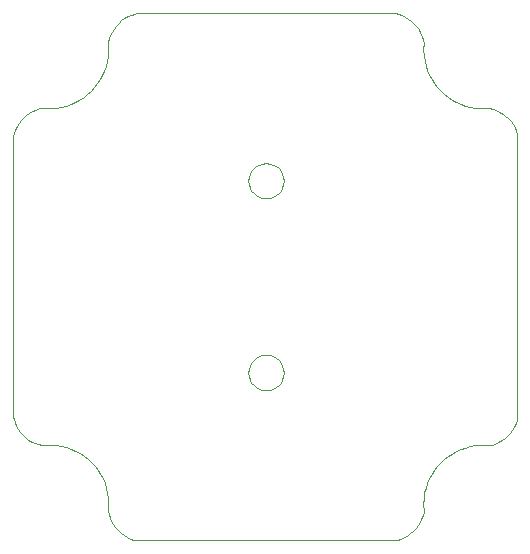
<source format=gbr>
%TF.GenerationSoftware,KiCad,Pcbnew,0.201604071231+6672~43~ubuntu15.10.1-product*%
%TF.CreationDate,2016-04-11T17:56:56+02:00*%
%TF.ProjectId,moto-dcdc,6D6F746F2D646364632E6B696361645F,rev?*%
%TF.FileFunction,Profile,NP*%
%FSLAX46Y46*%
G04 Gerber Fmt 4.6, Leading zero omitted, Abs format (unit mm)*
G04 Created by KiCad (PCBNEW 0.201604071231+6672~43~ubuntu15.10.1-product) date pon, 11 kwi 2016, 17:56:56*
%MOMM*%
G01*
G04 APERTURE LIST*
%ADD10C,0.100000*%
G04 APERTURE END LIST*
D10*
X145898576Y-106055081D02*
X146036571Y-105800841D01*
X145811364Y-106336028D02*
X145898576Y-106055081D01*
X145780957Y-106637667D02*
X145811364Y-106336028D01*
X125872728Y-110415877D02*
X125901941Y-110545412D01*
X125872728Y-108994843D02*
X125872728Y-110415877D01*
X125872728Y-87983069D02*
X125872728Y-108994843D01*
X125872728Y-86562034D02*
X125872728Y-87983069D01*
X125927296Y-86347060D02*
X125872728Y-86562034D01*
X126034783Y-86052714D02*
X125927296Y-86347060D01*
X126171485Y-85770491D02*
X126034783Y-86052714D01*
X126335197Y-85503151D02*
X126171485Y-85770491D01*
X126524814Y-85253449D02*
X126335197Y-85503151D01*
X126738684Y-85024143D02*
X126524814Y-85253449D01*
X126974055Y-84817438D02*
X126738684Y-85024143D01*
X127229268Y-84634987D02*
X126974055Y-84817438D01*
X127501017Y-84478992D02*
X127229268Y-84634987D01*
X127787098Y-84351111D02*
X127501017Y-84478992D01*
X147860252Y-108016757D02*
X147579305Y-108103969D01*
X148114492Y-107878762D02*
X147860252Y-108016757D01*
X148774375Y-90384689D02*
X148774375Y-90384689D01*
X148743969Y-90083050D02*
X148774375Y-90384689D01*
X148656756Y-89802101D02*
X148743969Y-90083050D01*
X148518761Y-89547864D02*
X148656756Y-89802101D01*
X148336000Y-89326353D02*
X148518761Y-89547864D01*
X148114492Y-89143592D02*
X148336000Y-89326353D01*
X128946853Y-112748619D02*
X129512951Y-112784447D01*
X128363116Y-112789408D02*
X128946853Y-112748619D01*
X128300279Y-112780039D02*
X128363116Y-112789408D01*
X127996560Y-112702317D02*
X128300279Y-112780039D01*
X127702211Y-112594830D02*
X127996560Y-112702317D01*
X127419989Y-112458681D02*
X127702211Y-112594830D01*
X127152648Y-112294969D02*
X127419989Y-112458681D01*
X126902949Y-112104799D02*
X127152648Y-112294969D01*
X126673643Y-111891479D02*
X126902949Y-112104799D01*
X126466935Y-111656111D02*
X126673643Y-111891479D01*
X126284484Y-111400898D02*
X126466935Y-111656111D01*
X126128492Y-111129149D02*
X126284484Y-111400898D01*
X126000608Y-110843069D02*
X126128492Y-111129149D01*
X125901941Y-110545412D02*
X126000608Y-110843069D01*
X160635676Y-118314289D02*
X160595987Y-117738274D01*
X160622440Y-118403585D02*
X160635676Y-118314289D01*
X160544718Y-118707312D02*
X160622440Y-118403585D01*
X160437231Y-119001642D02*
X160544718Y-118707312D01*
X160301082Y-119283864D02*
X160437231Y-119001642D01*
X160136820Y-119551213D02*
X160301082Y-119283864D01*
X159947200Y-119800923D02*
X160136820Y-119551213D01*
X159733880Y-120030229D02*
X159947200Y-119800923D01*
X159497962Y-120236928D02*
X159733880Y-120030229D01*
X159243299Y-120419385D02*
X159497962Y-120236928D01*
X158971550Y-120575369D02*
X159243299Y-120419385D01*
X158685469Y-120703244D02*
X158971550Y-120575369D01*
X158387813Y-120802473D02*
X158685469Y-120703244D01*
X158343165Y-120812351D02*
X158387813Y-120802473D01*
X156762280Y-120812351D02*
X158343165Y-120812351D01*
X137781182Y-120812351D02*
X156762280Y-120812351D01*
X136200297Y-120812351D02*
X137781182Y-120812351D01*
X148656756Y-90967275D02*
X148518761Y-91221515D01*
X148743969Y-90686328D02*
X148656756Y-90967275D01*
X148774375Y-90384689D02*
X148743969Y-90686328D01*
X148774375Y-106637667D02*
X148774375Y-106637667D01*
X148743969Y-106336028D02*
X148774375Y-106637667D01*
X148656756Y-106055081D02*
X148743969Y-106336028D01*
X148518761Y-105800841D02*
X148656756Y-106055081D01*
X148336000Y-105579333D02*
X148518761Y-105800841D01*
X148114492Y-105396572D02*
X148336000Y-105579333D01*
X147860252Y-105258577D02*
X148114492Y-105396572D01*
X148518761Y-107474492D02*
X148336000Y-107696000D01*
X148774375Y-106637667D02*
X148743969Y-106939306D01*
X134588537Y-77240435D02*
X134398918Y-77490134D01*
X134801858Y-77011129D02*
X134588537Y-77240435D01*
X135037779Y-76803871D02*
X134801858Y-77011129D01*
X135292439Y-76621970D02*
X135037779Y-76803871D01*
X135564738Y-76465975D02*
X135292439Y-76621970D01*
X135850819Y-76337544D02*
X135564738Y-76465975D01*
X136147925Y-76238876D02*
X135850819Y-76337544D01*
X136273602Y-76210767D02*
X136147925Y-76238876D01*
X168548910Y-86434749D02*
X168450243Y-86137646D01*
X168558845Y-86478847D02*
X168548910Y-86434749D01*
X168558845Y-88060285D02*
X168558845Y-86478847D01*
X168558845Y-108911655D02*
X168558845Y-88060285D01*
X168558845Y-110493090D02*
X168558845Y-108911655D01*
X168523014Y-110633101D02*
X168558845Y-110493090D01*
X168415527Y-110928000D02*
X168523014Y-110633101D01*
X168279377Y-111210223D02*
X168415527Y-110928000D01*
X168115665Y-111477563D02*
X168279377Y-111210223D01*
X167926049Y-111726712D02*
X168115665Y-111477563D01*
X167712178Y-111956017D02*
X167926049Y-111726712D01*
X167476807Y-112163273D02*
X167712178Y-111956017D01*
X167221594Y-112345174D02*
X167476807Y-112163273D01*
X166949845Y-112501169D02*
X167221594Y-112345174D01*
X166663765Y-112629603D02*
X166949845Y-112501169D01*
X166366108Y-112728271D02*
X166663765Y-112629603D01*
X166129086Y-112781738D02*
X166366108Y-112728271D01*
X165585038Y-112748664D02*
X166129086Y-112781738D01*
X148743969Y-106939306D02*
X148656756Y-107220252D01*
X136060287Y-120776509D02*
X136200297Y-120812351D01*
X135765938Y-120669039D02*
X136060287Y-120776509D01*
X135483715Y-120532330D02*
X135765938Y-120669039D01*
X135216377Y-120368613D02*
X135483715Y-120532330D01*
X134966676Y-120178988D02*
X135216377Y-120368613D01*
X134737370Y-119965120D02*
X134966676Y-120178988D01*
X134530665Y-119729747D02*
X134737370Y-119965120D01*
X134348214Y-119475098D02*
X134530665Y-119729747D01*
X134192218Y-119202810D02*
X134348214Y-119475098D01*
X134064338Y-118916721D02*
X134192218Y-119202810D01*
X133965117Y-118619626D02*
X134064338Y-118916721D01*
X133897869Y-118317535D02*
X133965117Y-118619626D01*
X133935904Y-117738217D02*
X133897869Y-118317535D01*
X133903381Y-117222287D02*
X133935904Y-117738217D01*
X133839545Y-116792209D02*
X133903381Y-117222287D01*
X133740223Y-116374999D02*
X133839545Y-116792209D01*
X163018707Y-83506587D02*
X162675561Y-83280174D01*
X163380990Y-83704757D02*
X163018707Y-83506587D01*
X163760878Y-83873142D02*
X163380990Y-83704757D01*
X164156836Y-84010201D02*
X163760878Y-83873142D01*
X164567328Y-84114386D02*
X164156836Y-84010201D01*
X164990816Y-84184151D02*
X164567328Y-84114386D01*
X165585027Y-84224391D02*
X164990816Y-84184151D01*
X166093247Y-84191317D02*
X165585027Y-84224391D01*
X166150572Y-84200122D02*
X166093247Y-84191317D01*
X166454291Y-84277844D02*
X166150572Y-84200122D01*
X166748640Y-84385331D02*
X166454291Y-84277844D01*
X167030862Y-84521480D02*
X166748640Y-84385331D01*
X167298203Y-84685742D02*
X167030862Y-84521480D01*
X167547352Y-84875362D02*
X167298203Y-84685742D01*
X167776657Y-85088682D02*
X167547352Y-84875362D01*
X167983916Y-85324603D02*
X167776657Y-85088682D01*
X168166367Y-85579263D02*
X167983916Y-85324603D01*
X168322362Y-85851563D02*
X168166367Y-85579263D01*
X168450243Y-86137646D02*
X168322362Y-85851563D01*
X128084755Y-84251893D02*
X127787098Y-84351111D01*
X128374693Y-84186849D02*
X128084755Y-84251893D01*
X128946853Y-84224331D02*
X128374693Y-84186849D01*
X129479327Y-84190157D02*
X128946853Y-84224331D01*
X129907735Y-84125119D02*
X129479327Y-84190157D01*
X130323271Y-84024862D02*
X129907735Y-84125119D01*
X130724342Y-83890965D02*
X130323271Y-84024862D01*
X131109364Y-83725001D02*
X130724342Y-83890965D01*
X131476747Y-83528549D02*
X131109364Y-83725001D01*
X131824902Y-83303181D02*
X131476747Y-83528549D01*
X132152243Y-83050473D02*
X131824902Y-83303181D01*
X132457178Y-82772002D02*
X132152243Y-83050473D01*
X132738122Y-82469341D02*
X132457178Y-82772002D01*
X132993485Y-82144069D02*
X132738122Y-82469341D01*
X147860255Y-89005596D02*
X148114492Y-89143592D01*
X147579305Y-88918384D02*
X147860255Y-89005596D01*
X147277666Y-88887977D02*
X147579305Y-88918384D01*
X146976027Y-88918384D02*
X147277666Y-88887977D01*
X146695078Y-89005596D02*
X146976027Y-88918384D01*
X146440841Y-89143592D02*
X146695078Y-89005596D01*
X146219333Y-89326353D02*
X146440841Y-89143592D01*
X146036571Y-89547864D02*
X146219333Y-89326353D01*
X145898576Y-89802101D02*
X146036571Y-89547864D01*
X145811364Y-90083050D02*
X145898576Y-89802101D01*
X145780957Y-90384689D02*
X145811364Y-90083050D01*
X145811364Y-90686328D02*
X145780957Y-90384689D01*
X146695081Y-108016757D02*
X146440841Y-107878762D01*
X146976027Y-108103969D02*
X146695081Y-108016757D01*
X147277666Y-108134376D02*
X146976027Y-108103969D01*
X147579305Y-108103969D02*
X147277666Y-108134376D01*
X133607000Y-115972263D02*
X133740223Y-116374999D01*
X133441462Y-115585607D02*
X133607000Y-115972263D01*
X133245202Y-115216635D02*
X133441462Y-115585607D01*
X133019808Y-114866956D02*
X133245202Y-115216635D01*
X132766869Y-114538173D02*
X133019808Y-114866956D01*
X132487972Y-114231894D02*
X132766869Y-114538173D01*
X132184704Y-113949723D02*
X132487972Y-114231894D01*
X131858656Y-113693265D02*
X132184704Y-113949723D01*
X131511418Y-113464128D02*
X131858656Y-113693265D01*
X131144577Y-113263917D02*
X131511418Y-113464128D01*
X130759722Y-113094239D02*
X131144577Y-113263917D01*
X130358438Y-112956696D02*
X130759722Y-113094239D01*
X129942319Y-112852897D02*
X130358438Y-112956696D01*
X129512951Y-112784447D02*
X129942319Y-112852897D01*
X133221682Y-81797759D02*
X132993485Y-82144069D01*
X133421117Y-81431985D02*
X133221682Y-81797759D01*
X133590207Y-81048327D02*
X133421117Y-81431985D01*
X133727365Y-80648358D02*
X133590207Y-81048327D01*
X133830999Y-80233656D02*
X133727365Y-80648358D01*
X133899523Y-79805790D02*
X133830999Y-80233656D01*
X133935904Y-79234730D02*
X133899523Y-79805790D01*
X133901727Y-78713832D02*
X133935904Y-79234730D01*
X133913298Y-78637765D02*
X133901727Y-78713832D01*
X133991019Y-78334046D02*
X133913298Y-78637765D01*
X134098507Y-78039143D02*
X133991019Y-78334046D01*
X134234656Y-77756921D02*
X134098507Y-78039143D01*
X134398918Y-77490134D02*
X134234656Y-77756921D01*
X136273602Y-76210767D02*
X136273602Y-76210767D01*
X136273602Y-76210823D02*
X136273602Y-76210767D01*
X137702352Y-76210823D02*
X136273602Y-76210823D01*
X156835585Y-76210823D02*
X137702352Y-76210823D01*
X158264335Y-76210823D02*
X156835585Y-76210823D01*
X158475451Y-76264841D02*
X158264335Y-76210823D01*
X158769800Y-76372328D02*
X158475451Y-76264841D01*
X159052573Y-76508480D02*
X158769800Y-76372328D01*
X159319360Y-76672189D02*
X159052573Y-76508480D01*
X164981455Y-112791661D02*
X165585038Y-112748664D01*
X164556742Y-112862174D02*
X164981455Y-112791661D01*
X164145171Y-112967296D02*
X164556742Y-112862174D01*
X163748288Y-113105458D02*
X164145171Y-112967296D01*
X163367638Y-113275102D02*
X163748288Y-113105458D01*
X163004765Y-113474661D02*
X163367638Y-113275102D01*
X162661210Y-113702578D02*
X163004765Y-113474661D01*
X162338523Y-113957286D02*
X162661210Y-113702578D01*
X162038241Y-114237225D02*
X162338523Y-113957286D01*
X161761912Y-114540832D02*
X162038241Y-114237225D01*
X161511078Y-114866541D02*
X161761912Y-114540832D01*
X161287285Y-115212797D02*
X161511078Y-114866541D01*
X161092074Y-115578029D02*
X161287285Y-115212797D01*
X160926994Y-115960680D02*
X161092074Y-115578029D01*
X160793585Y-116359184D02*
X160926994Y-115960680D01*
X160693390Y-116771982D02*
X160793585Y-116359184D01*
X160627957Y-117197508D02*
X160693390Y-116771982D01*
X160595987Y-117738274D02*
X160627957Y-117197508D01*
X147579305Y-105171364D02*
X147860252Y-105258577D01*
X147277666Y-105140958D02*
X147579305Y-105171364D01*
X146976027Y-105171364D02*
X147277666Y-105140958D01*
X146695081Y-105258577D02*
X146976027Y-105171364D01*
X146440841Y-105396572D02*
X146695081Y-105258577D01*
X146219333Y-105579333D02*
X146440841Y-105396572D01*
X146036571Y-105800841D02*
X146219333Y-105579333D01*
X145811364Y-106939306D02*
X145780957Y-106637667D01*
X145898576Y-107220252D02*
X145811364Y-106939306D01*
X146036571Y-107474492D02*
X145898576Y-107220252D01*
X146219333Y-107696000D02*
X146036571Y-107474492D01*
X146440841Y-107878762D02*
X146219333Y-107696000D01*
X145898576Y-90967275D02*
X145811364Y-90686328D01*
X146036571Y-91221515D02*
X145898576Y-90967275D01*
X146219333Y-91443023D02*
X146036571Y-91221515D01*
X146440841Y-91625784D02*
X146219333Y-91443023D01*
X146695081Y-91763779D02*
X146440841Y-91625784D01*
X146976027Y-91850992D02*
X146695081Y-91763779D01*
X147277666Y-91881398D02*
X146976027Y-91850992D01*
X147579305Y-91850992D02*
X147277666Y-91881398D01*
X147860252Y-91763779D02*
X147579305Y-91850992D01*
X148114492Y-91625784D02*
X147860252Y-91763779D01*
X148336000Y-91443023D02*
X148114492Y-91625784D01*
X148518761Y-91221515D02*
X148336000Y-91443023D01*
X148656756Y-107220252D02*
X148518761Y-107474492D01*
X159569062Y-76862359D02*
X159319360Y-76672189D01*
X159798368Y-77075679D02*
X159569062Y-76862359D01*
X160005073Y-77311600D02*
X159798368Y-77075679D01*
X160187527Y-77566260D02*
X160005073Y-77311600D01*
X160343519Y-77838009D02*
X160187527Y-77566260D01*
X160471953Y-78124090D02*
X160343519Y-77838009D01*
X160570621Y-78421747D02*
X160471953Y-78124090D01*
X160629600Y-78685780D02*
X160570621Y-78421747D01*
X160595976Y-79234789D02*
X160629600Y-78685780D01*
X160634561Y-79802541D02*
X160595976Y-79234789D01*
X160701868Y-80226428D02*
X160634561Y-79802541D01*
X160803669Y-80637518D02*
X160701868Y-80226428D01*
X160938427Y-81034264D02*
X160803669Y-80637518D01*
X161104605Y-81415122D02*
X160938427Y-81034264D01*
X161300670Y-81778551D02*
X161104605Y-81415122D01*
X161525088Y-82123003D02*
X161300670Y-81778551D01*
X161776319Y-82446935D02*
X161525088Y-82123003D01*
X162052835Y-82748803D02*
X161776319Y-82446935D01*
X162353094Y-83027066D02*
X162052835Y-82748803D01*
X162675561Y-83280174D02*
X162353094Y-83027066D01*
X148336000Y-107696000D02*
X148114492Y-107878762D01*
M02*

</source>
